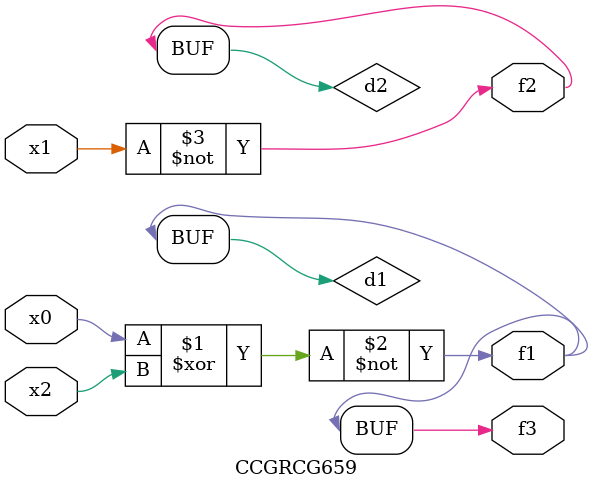
<source format=v>
module CCGRCG659(
	input x0, x1, x2,
	output f1, f2, f3
);

	wire d1, d2, d3;

	xnor (d1, x0, x2);
	nand (d2, x1);
	nor (d3, x1, x2);
	assign f1 = d1;
	assign f2 = d2;
	assign f3 = d1;
endmodule

</source>
